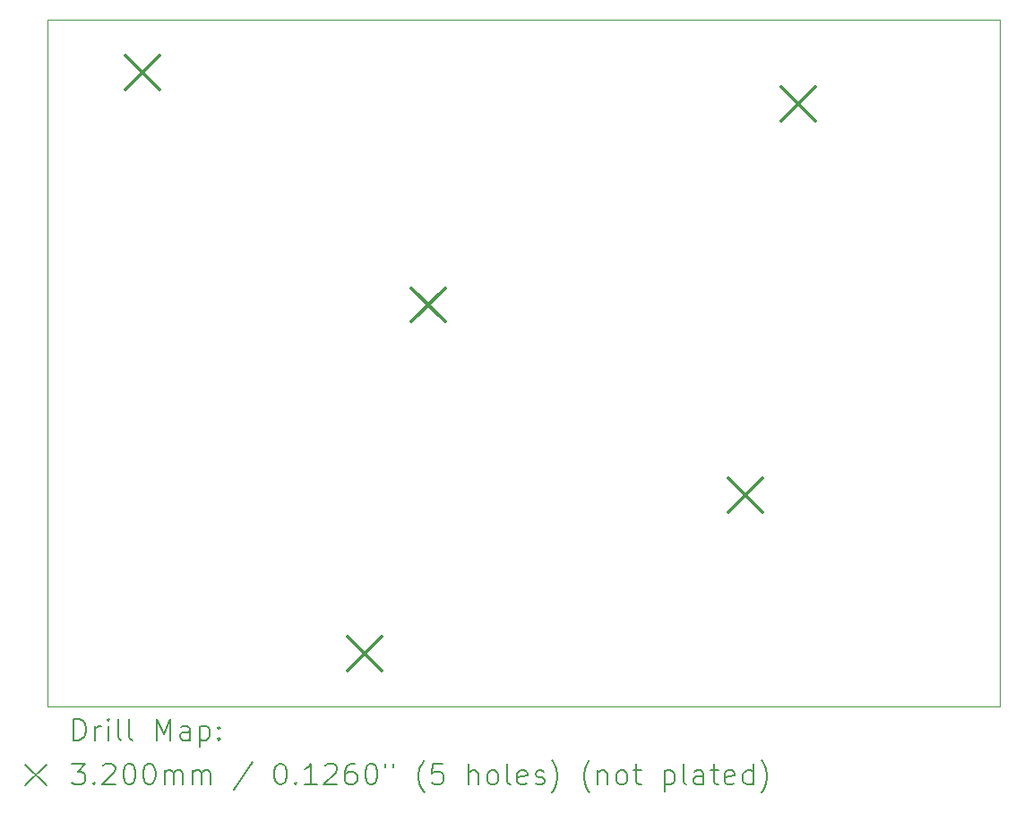
<source format=gbr>
%FSLAX45Y45*%
G04 Gerber Fmt 4.5, Leading zero omitted, Abs format (unit mm)*
G04 Created by KiCad (PCBNEW 6.0.2+dfsg-1) date 2022-11-21 10:33:31*
%MOMM*%
%LPD*%
G01*
G04 APERTURE LIST*
%TA.AperFunction,Profile*%
%ADD10C,0.100000*%
%TD*%
%ADD11C,0.200000*%
%ADD12C,0.320000*%
G04 APERTURE END LIST*
D10*
X19800000Y-6400000D02*
X10800000Y-6400000D01*
X10800000Y-6400000D02*
X10800000Y-12900000D01*
X10800000Y-12900000D02*
X19800000Y-12900000D01*
X19800000Y-12900000D02*
X19800000Y-6400000D01*
D11*
D12*
X11540000Y-6740000D02*
X11860000Y-7060000D01*
X11860000Y-6740000D02*
X11540000Y-7060000D01*
X13640000Y-12240000D02*
X13960000Y-12560000D01*
X13960000Y-12240000D02*
X13640000Y-12560000D01*
X14240000Y-8940000D02*
X14560000Y-9260000D01*
X14560000Y-8940000D02*
X14240000Y-9260000D01*
X17240000Y-10740000D02*
X17560000Y-11060000D01*
X17560000Y-10740000D02*
X17240000Y-11060000D01*
X17740000Y-7040000D02*
X18060000Y-7360000D01*
X18060000Y-7040000D02*
X17740000Y-7360000D01*
D11*
X11052619Y-13215476D02*
X11052619Y-13015476D01*
X11100238Y-13015476D01*
X11128810Y-13025000D01*
X11147857Y-13044048D01*
X11157381Y-13063095D01*
X11166905Y-13101190D01*
X11166905Y-13129762D01*
X11157381Y-13167857D01*
X11147857Y-13186905D01*
X11128810Y-13205952D01*
X11100238Y-13215476D01*
X11052619Y-13215476D01*
X11252619Y-13215476D02*
X11252619Y-13082143D01*
X11252619Y-13120238D02*
X11262143Y-13101190D01*
X11271667Y-13091667D01*
X11290714Y-13082143D01*
X11309762Y-13082143D01*
X11376428Y-13215476D02*
X11376428Y-13082143D01*
X11376428Y-13015476D02*
X11366905Y-13025000D01*
X11376428Y-13034524D01*
X11385952Y-13025000D01*
X11376428Y-13015476D01*
X11376428Y-13034524D01*
X11500238Y-13215476D02*
X11481190Y-13205952D01*
X11471667Y-13186905D01*
X11471667Y-13015476D01*
X11605000Y-13215476D02*
X11585952Y-13205952D01*
X11576428Y-13186905D01*
X11576428Y-13015476D01*
X11833571Y-13215476D02*
X11833571Y-13015476D01*
X11900238Y-13158333D01*
X11966905Y-13015476D01*
X11966905Y-13215476D01*
X12147857Y-13215476D02*
X12147857Y-13110714D01*
X12138333Y-13091667D01*
X12119286Y-13082143D01*
X12081190Y-13082143D01*
X12062143Y-13091667D01*
X12147857Y-13205952D02*
X12128809Y-13215476D01*
X12081190Y-13215476D01*
X12062143Y-13205952D01*
X12052619Y-13186905D01*
X12052619Y-13167857D01*
X12062143Y-13148809D01*
X12081190Y-13139286D01*
X12128809Y-13139286D01*
X12147857Y-13129762D01*
X12243095Y-13082143D02*
X12243095Y-13282143D01*
X12243095Y-13091667D02*
X12262143Y-13082143D01*
X12300238Y-13082143D01*
X12319286Y-13091667D01*
X12328809Y-13101190D01*
X12338333Y-13120238D01*
X12338333Y-13177381D01*
X12328809Y-13196428D01*
X12319286Y-13205952D01*
X12300238Y-13215476D01*
X12262143Y-13215476D01*
X12243095Y-13205952D01*
X12424048Y-13196428D02*
X12433571Y-13205952D01*
X12424048Y-13215476D01*
X12414524Y-13205952D01*
X12424048Y-13196428D01*
X12424048Y-13215476D01*
X12424048Y-13091667D02*
X12433571Y-13101190D01*
X12424048Y-13110714D01*
X12414524Y-13101190D01*
X12424048Y-13091667D01*
X12424048Y-13110714D01*
X10595000Y-13445000D02*
X10795000Y-13645000D01*
X10795000Y-13445000D02*
X10595000Y-13645000D01*
X11033571Y-13435476D02*
X11157381Y-13435476D01*
X11090714Y-13511667D01*
X11119286Y-13511667D01*
X11138333Y-13521190D01*
X11147857Y-13530714D01*
X11157381Y-13549762D01*
X11157381Y-13597381D01*
X11147857Y-13616428D01*
X11138333Y-13625952D01*
X11119286Y-13635476D01*
X11062143Y-13635476D01*
X11043095Y-13625952D01*
X11033571Y-13616428D01*
X11243095Y-13616428D02*
X11252619Y-13625952D01*
X11243095Y-13635476D01*
X11233571Y-13625952D01*
X11243095Y-13616428D01*
X11243095Y-13635476D01*
X11328809Y-13454524D02*
X11338333Y-13445000D01*
X11357381Y-13435476D01*
X11405000Y-13435476D01*
X11424048Y-13445000D01*
X11433571Y-13454524D01*
X11443095Y-13473571D01*
X11443095Y-13492619D01*
X11433571Y-13521190D01*
X11319286Y-13635476D01*
X11443095Y-13635476D01*
X11566905Y-13435476D02*
X11585952Y-13435476D01*
X11605000Y-13445000D01*
X11614524Y-13454524D01*
X11624048Y-13473571D01*
X11633571Y-13511667D01*
X11633571Y-13559286D01*
X11624048Y-13597381D01*
X11614524Y-13616428D01*
X11605000Y-13625952D01*
X11585952Y-13635476D01*
X11566905Y-13635476D01*
X11547857Y-13625952D01*
X11538333Y-13616428D01*
X11528809Y-13597381D01*
X11519286Y-13559286D01*
X11519286Y-13511667D01*
X11528809Y-13473571D01*
X11538333Y-13454524D01*
X11547857Y-13445000D01*
X11566905Y-13435476D01*
X11757381Y-13435476D02*
X11776428Y-13435476D01*
X11795476Y-13445000D01*
X11805000Y-13454524D01*
X11814524Y-13473571D01*
X11824048Y-13511667D01*
X11824048Y-13559286D01*
X11814524Y-13597381D01*
X11805000Y-13616428D01*
X11795476Y-13625952D01*
X11776428Y-13635476D01*
X11757381Y-13635476D01*
X11738333Y-13625952D01*
X11728809Y-13616428D01*
X11719286Y-13597381D01*
X11709762Y-13559286D01*
X11709762Y-13511667D01*
X11719286Y-13473571D01*
X11728809Y-13454524D01*
X11738333Y-13445000D01*
X11757381Y-13435476D01*
X11909762Y-13635476D02*
X11909762Y-13502143D01*
X11909762Y-13521190D02*
X11919286Y-13511667D01*
X11938333Y-13502143D01*
X11966905Y-13502143D01*
X11985952Y-13511667D01*
X11995476Y-13530714D01*
X11995476Y-13635476D01*
X11995476Y-13530714D02*
X12005000Y-13511667D01*
X12024048Y-13502143D01*
X12052619Y-13502143D01*
X12071667Y-13511667D01*
X12081190Y-13530714D01*
X12081190Y-13635476D01*
X12176428Y-13635476D02*
X12176428Y-13502143D01*
X12176428Y-13521190D02*
X12185952Y-13511667D01*
X12205000Y-13502143D01*
X12233571Y-13502143D01*
X12252619Y-13511667D01*
X12262143Y-13530714D01*
X12262143Y-13635476D01*
X12262143Y-13530714D02*
X12271667Y-13511667D01*
X12290714Y-13502143D01*
X12319286Y-13502143D01*
X12338333Y-13511667D01*
X12347857Y-13530714D01*
X12347857Y-13635476D01*
X12738333Y-13425952D02*
X12566905Y-13683095D01*
X12995476Y-13435476D02*
X13014524Y-13435476D01*
X13033571Y-13445000D01*
X13043095Y-13454524D01*
X13052619Y-13473571D01*
X13062143Y-13511667D01*
X13062143Y-13559286D01*
X13052619Y-13597381D01*
X13043095Y-13616428D01*
X13033571Y-13625952D01*
X13014524Y-13635476D01*
X12995476Y-13635476D01*
X12976428Y-13625952D01*
X12966905Y-13616428D01*
X12957381Y-13597381D01*
X12947857Y-13559286D01*
X12947857Y-13511667D01*
X12957381Y-13473571D01*
X12966905Y-13454524D01*
X12976428Y-13445000D01*
X12995476Y-13435476D01*
X13147857Y-13616428D02*
X13157381Y-13625952D01*
X13147857Y-13635476D01*
X13138333Y-13625952D01*
X13147857Y-13616428D01*
X13147857Y-13635476D01*
X13347857Y-13635476D02*
X13233571Y-13635476D01*
X13290714Y-13635476D02*
X13290714Y-13435476D01*
X13271667Y-13464048D01*
X13252619Y-13483095D01*
X13233571Y-13492619D01*
X13424048Y-13454524D02*
X13433571Y-13445000D01*
X13452619Y-13435476D01*
X13500238Y-13435476D01*
X13519286Y-13445000D01*
X13528809Y-13454524D01*
X13538333Y-13473571D01*
X13538333Y-13492619D01*
X13528809Y-13521190D01*
X13414524Y-13635476D01*
X13538333Y-13635476D01*
X13709762Y-13435476D02*
X13671667Y-13435476D01*
X13652619Y-13445000D01*
X13643095Y-13454524D01*
X13624048Y-13483095D01*
X13614524Y-13521190D01*
X13614524Y-13597381D01*
X13624048Y-13616428D01*
X13633571Y-13625952D01*
X13652619Y-13635476D01*
X13690714Y-13635476D01*
X13709762Y-13625952D01*
X13719286Y-13616428D01*
X13728809Y-13597381D01*
X13728809Y-13549762D01*
X13719286Y-13530714D01*
X13709762Y-13521190D01*
X13690714Y-13511667D01*
X13652619Y-13511667D01*
X13633571Y-13521190D01*
X13624048Y-13530714D01*
X13614524Y-13549762D01*
X13852619Y-13435476D02*
X13871667Y-13435476D01*
X13890714Y-13445000D01*
X13900238Y-13454524D01*
X13909762Y-13473571D01*
X13919286Y-13511667D01*
X13919286Y-13559286D01*
X13909762Y-13597381D01*
X13900238Y-13616428D01*
X13890714Y-13625952D01*
X13871667Y-13635476D01*
X13852619Y-13635476D01*
X13833571Y-13625952D01*
X13824048Y-13616428D01*
X13814524Y-13597381D01*
X13805000Y-13559286D01*
X13805000Y-13511667D01*
X13814524Y-13473571D01*
X13824048Y-13454524D01*
X13833571Y-13445000D01*
X13852619Y-13435476D01*
X13995476Y-13435476D02*
X13995476Y-13473571D01*
X14071667Y-13435476D02*
X14071667Y-13473571D01*
X14366905Y-13711667D02*
X14357381Y-13702143D01*
X14338333Y-13673571D01*
X14328809Y-13654524D01*
X14319286Y-13625952D01*
X14309762Y-13578333D01*
X14309762Y-13540238D01*
X14319286Y-13492619D01*
X14328809Y-13464048D01*
X14338333Y-13445000D01*
X14357381Y-13416428D01*
X14366905Y-13406905D01*
X14538333Y-13435476D02*
X14443095Y-13435476D01*
X14433571Y-13530714D01*
X14443095Y-13521190D01*
X14462143Y-13511667D01*
X14509762Y-13511667D01*
X14528809Y-13521190D01*
X14538333Y-13530714D01*
X14547857Y-13549762D01*
X14547857Y-13597381D01*
X14538333Y-13616428D01*
X14528809Y-13625952D01*
X14509762Y-13635476D01*
X14462143Y-13635476D01*
X14443095Y-13625952D01*
X14433571Y-13616428D01*
X14785952Y-13635476D02*
X14785952Y-13435476D01*
X14871667Y-13635476D02*
X14871667Y-13530714D01*
X14862143Y-13511667D01*
X14843095Y-13502143D01*
X14814524Y-13502143D01*
X14795476Y-13511667D01*
X14785952Y-13521190D01*
X14995476Y-13635476D02*
X14976428Y-13625952D01*
X14966905Y-13616428D01*
X14957381Y-13597381D01*
X14957381Y-13540238D01*
X14966905Y-13521190D01*
X14976428Y-13511667D01*
X14995476Y-13502143D01*
X15024048Y-13502143D01*
X15043095Y-13511667D01*
X15052619Y-13521190D01*
X15062143Y-13540238D01*
X15062143Y-13597381D01*
X15052619Y-13616428D01*
X15043095Y-13625952D01*
X15024048Y-13635476D01*
X14995476Y-13635476D01*
X15176428Y-13635476D02*
X15157381Y-13625952D01*
X15147857Y-13606905D01*
X15147857Y-13435476D01*
X15328809Y-13625952D02*
X15309762Y-13635476D01*
X15271667Y-13635476D01*
X15252619Y-13625952D01*
X15243095Y-13606905D01*
X15243095Y-13530714D01*
X15252619Y-13511667D01*
X15271667Y-13502143D01*
X15309762Y-13502143D01*
X15328809Y-13511667D01*
X15338333Y-13530714D01*
X15338333Y-13549762D01*
X15243095Y-13568809D01*
X15414524Y-13625952D02*
X15433571Y-13635476D01*
X15471667Y-13635476D01*
X15490714Y-13625952D01*
X15500238Y-13606905D01*
X15500238Y-13597381D01*
X15490714Y-13578333D01*
X15471667Y-13568809D01*
X15443095Y-13568809D01*
X15424048Y-13559286D01*
X15414524Y-13540238D01*
X15414524Y-13530714D01*
X15424048Y-13511667D01*
X15443095Y-13502143D01*
X15471667Y-13502143D01*
X15490714Y-13511667D01*
X15566905Y-13711667D02*
X15576428Y-13702143D01*
X15595476Y-13673571D01*
X15605000Y-13654524D01*
X15614524Y-13625952D01*
X15624048Y-13578333D01*
X15624048Y-13540238D01*
X15614524Y-13492619D01*
X15605000Y-13464048D01*
X15595476Y-13445000D01*
X15576428Y-13416428D01*
X15566905Y-13406905D01*
X15928809Y-13711667D02*
X15919286Y-13702143D01*
X15900238Y-13673571D01*
X15890714Y-13654524D01*
X15881190Y-13625952D01*
X15871667Y-13578333D01*
X15871667Y-13540238D01*
X15881190Y-13492619D01*
X15890714Y-13464048D01*
X15900238Y-13445000D01*
X15919286Y-13416428D01*
X15928809Y-13406905D01*
X16005000Y-13502143D02*
X16005000Y-13635476D01*
X16005000Y-13521190D02*
X16014524Y-13511667D01*
X16033571Y-13502143D01*
X16062143Y-13502143D01*
X16081190Y-13511667D01*
X16090714Y-13530714D01*
X16090714Y-13635476D01*
X16214524Y-13635476D02*
X16195476Y-13625952D01*
X16185952Y-13616428D01*
X16176428Y-13597381D01*
X16176428Y-13540238D01*
X16185952Y-13521190D01*
X16195476Y-13511667D01*
X16214524Y-13502143D01*
X16243095Y-13502143D01*
X16262143Y-13511667D01*
X16271667Y-13521190D01*
X16281190Y-13540238D01*
X16281190Y-13597381D01*
X16271667Y-13616428D01*
X16262143Y-13625952D01*
X16243095Y-13635476D01*
X16214524Y-13635476D01*
X16338333Y-13502143D02*
X16414524Y-13502143D01*
X16366905Y-13435476D02*
X16366905Y-13606905D01*
X16376428Y-13625952D01*
X16395476Y-13635476D01*
X16414524Y-13635476D01*
X16633571Y-13502143D02*
X16633571Y-13702143D01*
X16633571Y-13511667D02*
X16652619Y-13502143D01*
X16690714Y-13502143D01*
X16709762Y-13511667D01*
X16719286Y-13521190D01*
X16728809Y-13540238D01*
X16728809Y-13597381D01*
X16719286Y-13616428D01*
X16709762Y-13625952D01*
X16690714Y-13635476D01*
X16652619Y-13635476D01*
X16633571Y-13625952D01*
X16843095Y-13635476D02*
X16824048Y-13625952D01*
X16814524Y-13606905D01*
X16814524Y-13435476D01*
X17005000Y-13635476D02*
X17005000Y-13530714D01*
X16995476Y-13511667D01*
X16976429Y-13502143D01*
X16938333Y-13502143D01*
X16919286Y-13511667D01*
X17005000Y-13625952D02*
X16985952Y-13635476D01*
X16938333Y-13635476D01*
X16919286Y-13625952D01*
X16909762Y-13606905D01*
X16909762Y-13587857D01*
X16919286Y-13568809D01*
X16938333Y-13559286D01*
X16985952Y-13559286D01*
X17005000Y-13549762D01*
X17071667Y-13502143D02*
X17147857Y-13502143D01*
X17100238Y-13435476D02*
X17100238Y-13606905D01*
X17109762Y-13625952D01*
X17128810Y-13635476D01*
X17147857Y-13635476D01*
X17290714Y-13625952D02*
X17271667Y-13635476D01*
X17233571Y-13635476D01*
X17214524Y-13625952D01*
X17205000Y-13606905D01*
X17205000Y-13530714D01*
X17214524Y-13511667D01*
X17233571Y-13502143D01*
X17271667Y-13502143D01*
X17290714Y-13511667D01*
X17300238Y-13530714D01*
X17300238Y-13549762D01*
X17205000Y-13568809D01*
X17471667Y-13635476D02*
X17471667Y-13435476D01*
X17471667Y-13625952D02*
X17452619Y-13635476D01*
X17414524Y-13635476D01*
X17395476Y-13625952D01*
X17385952Y-13616428D01*
X17376429Y-13597381D01*
X17376429Y-13540238D01*
X17385952Y-13521190D01*
X17395476Y-13511667D01*
X17414524Y-13502143D01*
X17452619Y-13502143D01*
X17471667Y-13511667D01*
X17547857Y-13711667D02*
X17557381Y-13702143D01*
X17576429Y-13673571D01*
X17585952Y-13654524D01*
X17595476Y-13625952D01*
X17605000Y-13578333D01*
X17605000Y-13540238D01*
X17595476Y-13492619D01*
X17585952Y-13464048D01*
X17576429Y-13445000D01*
X17557381Y-13416428D01*
X17547857Y-13406905D01*
M02*

</source>
